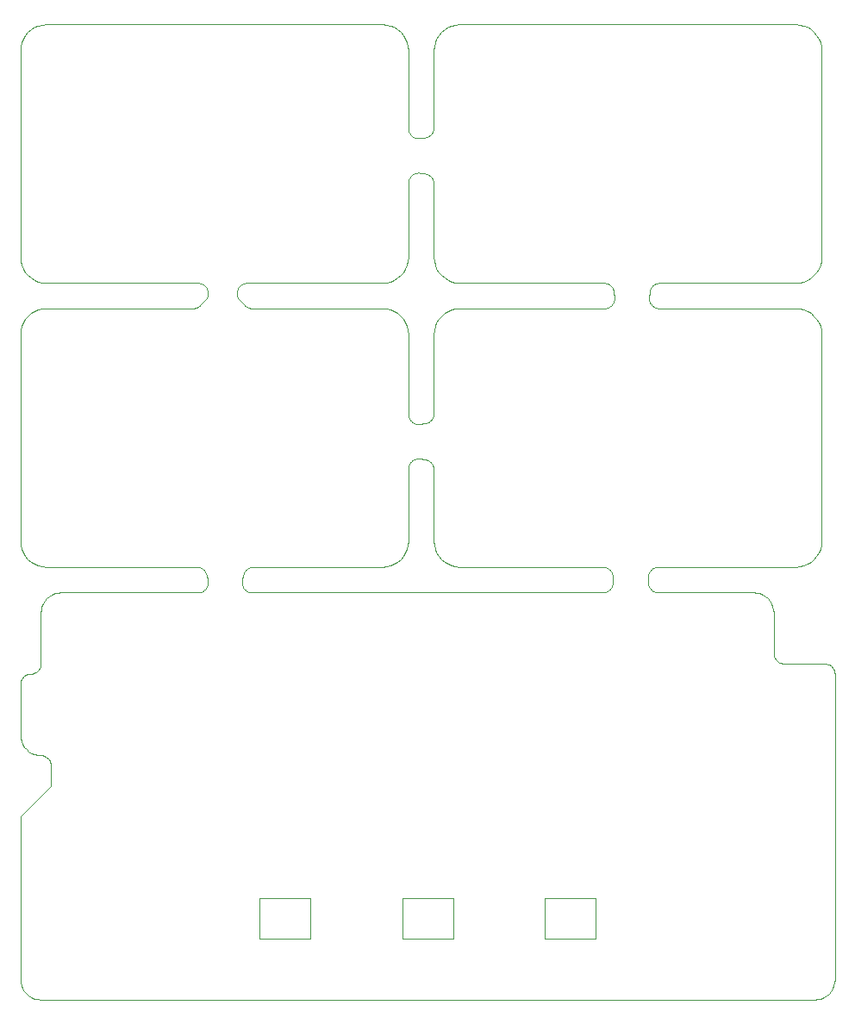
<source format=gko>
%MOIN*%
%OFA0B0*%
%FSLAX44Y44*%
%IPPOS*%
%LPD*%
%ADD10C,0*%
D10*
X00011220Y00002362D02*
X00011220Y00002362D01*
X00009251Y00002362D01*
X00009251Y00003937D01*
X00011220Y00003937D01*
X00011220Y00002362D01*
X00016732Y00002362D02*
X00016732Y00002362D01*
X00014763Y00002362D01*
X00014763Y00003937D01*
X00016732Y00003937D01*
X00016732Y00002362D01*
X00022244Y00002362D02*
X00022244Y00002362D01*
X00020275Y00002362D01*
X00020275Y00003937D01*
X00022244Y00003937D01*
X00022244Y00002362D01*
X00028346Y00015748D02*
X00028346Y00015748D01*
X00024666Y00015748D01*
X00024635Y00015749D01*
X00024604Y00015752D01*
X00024574Y00015758D01*
X00024544Y00015767D01*
X00024515Y00015778D01*
X00024487Y00015790D01*
X00024460Y00015806D01*
X00024434Y00015823D01*
X00024410Y00015842D01*
X00024387Y00015863D01*
X00024366Y00015886D01*
X00024347Y00015910D01*
X00024330Y00015936D01*
X00024315Y00015963D01*
X00024302Y00015991D01*
X00024291Y00016020D01*
X00024283Y00016050D01*
X00024277Y00016080D01*
X00024273Y00016111D01*
X00024272Y00016141D01*
X00024272Y00016338D01*
X00024273Y00016369D01*
X00024277Y00016400D01*
X00024283Y00016430D01*
X00024291Y00016460D01*
X00024302Y00016489D01*
X00024315Y00016517D01*
X00024330Y00016544D01*
X00024347Y00016570D01*
X00024366Y00016594D01*
X00024387Y00016617D01*
X00024410Y00016638D01*
X00024434Y00016657D01*
X00024460Y00016674D01*
X00024487Y00016689D01*
X00024515Y00016702D01*
X00024544Y00016713D01*
X00024574Y00016721D01*
X00024604Y00016727D01*
X00024635Y00016731D01*
X00024666Y00016732D01*
X00029984Y00016732D01*
X00030140Y00016744D01*
X00030293Y00016781D01*
X00030438Y00016841D01*
X00030572Y00016923D01*
X00030691Y00017025D01*
X00030793Y00017144D01*
X00030875Y00017278D01*
X00030935Y00017423D01*
X00030971Y00017575D01*
X00030984Y00017732D01*
X00030984Y00025732D01*
X00030971Y00025888D01*
X00030935Y00026041D01*
X00030875Y00026186D01*
X00030793Y00026320D01*
X00030691Y00026439D01*
X00030572Y00026541D01*
X00030438Y00026623D01*
X00030293Y00026683D01*
X00030140Y00026719D01*
X00029984Y00026732D01*
X00029984Y00026732D01*
X00024708Y00026732D01*
X00024676Y00026733D01*
X00024644Y00026737D01*
X00024612Y00026744D01*
X00024580Y00026753D01*
X00024550Y00026765D01*
X00024521Y00026779D01*
X00024493Y00026796D01*
X00024466Y00026815D01*
X00024441Y00026836D01*
X00024418Y00026859D01*
X00024397Y00026884D01*
X00024378Y00026911D01*
X00024362Y00026939D01*
X00024348Y00026968D01*
X00024336Y00026999D01*
X00024327Y00027030D01*
X00024320Y00027062D01*
X00024316Y00027094D01*
X00024315Y00027127D01*
X00024316Y00027159D01*
X00024333Y00027356D01*
X00024337Y00027385D01*
X00024343Y00027414D01*
X00024350Y00027442D01*
X00024360Y00027469D01*
X00024372Y00027496D01*
X00024386Y00027522D01*
X00024402Y00027547D01*
X00024419Y00027570D01*
X00024439Y00027592D01*
X00024459Y00027612D01*
X00024482Y00027631D01*
X00024505Y00027649D01*
X00024530Y00027664D01*
X00024556Y00027678D01*
X00024583Y00027689D01*
X00024610Y00027699D01*
X00024638Y00027706D01*
X00024667Y00027712D01*
X00024696Y00027715D01*
X00024725Y00027716D01*
X00029984Y00027716D01*
X00030140Y00027728D01*
X00030293Y00027765D01*
X00030438Y00027825D01*
X00030572Y00027907D01*
X00030691Y00028009D01*
X00030793Y00028128D01*
X00030875Y00028262D01*
X00030935Y00028407D01*
X00030971Y00028560D01*
X00030984Y00028716D01*
X00030984Y00036716D01*
X00030971Y00036872D01*
X00030935Y00037025D01*
X00030875Y00037170D01*
X00030793Y00037304D01*
X00030691Y00037423D01*
X00030572Y00037525D01*
X00030438Y00037607D01*
X00030293Y00037667D01*
X00030140Y00037704D01*
X00029984Y00037716D01*
X00029984Y00037716D01*
X00016984Y00037716D01*
X00016827Y00037704D01*
X00016675Y00037667D01*
X00016530Y00037607D01*
X00016396Y00037525D01*
X00016277Y00037423D01*
X00016175Y00037304D01*
X00016093Y00037170D01*
X00016033Y00037025D01*
X00015996Y00036872D01*
X00015984Y00036716D01*
X00015984Y00033727D01*
X00015983Y00033699D01*
X00015980Y00033671D01*
X00015975Y00033643D01*
X00015968Y00033615D01*
X00015959Y00033589D01*
X00015948Y00033562D01*
X00015935Y00033537D01*
X00015920Y00033513D01*
X00015904Y00033490D01*
X00015886Y00033468D01*
X00015867Y00033447D01*
X00015846Y00033428D01*
X00015824Y00033410D01*
X00015800Y00033394D01*
X00015776Y00033380D01*
X00015750Y00033368D01*
X00015724Y00033357D01*
X00015697Y00033348D01*
X00015670Y00033342D01*
X00015642Y00033337D01*
X00015445Y00033311D01*
X00015411Y00033308D01*
X00015378Y00033308D01*
X00015345Y00033311D01*
X00015311Y00033316D01*
X00015279Y00033324D01*
X00015247Y00033335D01*
X00015217Y00033349D01*
X00015188Y00033365D01*
X00015160Y00033384D01*
X00015134Y00033405D01*
X00015109Y00033428D01*
X00015087Y00033453D01*
X00015067Y00033480D01*
X00015050Y00033509D01*
X00015035Y00033539D01*
X00015022Y00033570D01*
X00015012Y00033602D01*
X00015005Y00033635D01*
X00015001Y00033668D01*
X00015000Y00033701D01*
X00015000Y00036716D01*
X00014987Y00036872D01*
X00014951Y00037025D01*
X00014891Y00037170D01*
X00014809Y00037304D01*
X00014707Y00037423D01*
X00014587Y00037525D01*
X00014453Y00037607D01*
X00014309Y00037667D01*
X00014156Y00037704D01*
X00014000Y00037716D01*
X00014000Y00037716D01*
X00001000Y00037716D01*
X00000843Y00037704D01*
X00000690Y00037667D01*
X00000546Y00037607D01*
X00000412Y00037525D01*
X00000292Y00037423D01*
X00000190Y00037304D01*
X00000108Y00037170D01*
X00000048Y00037025D01*
X00000012Y00036872D01*
X00000000Y00036716D01*
X00000000Y00028716D01*
X00000012Y00028560D01*
X00000048Y00028407D01*
X00000108Y00028262D01*
X00000190Y00028128D01*
X00000292Y00028009D01*
X00000412Y00027907D01*
X00000546Y00027825D01*
X00000690Y00027765D01*
X00000843Y00027728D01*
X00001000Y00027716D01*
X00006864Y00027716D01*
X00006910Y00027713D01*
X00006956Y00027705D01*
X00007000Y00027692D01*
X00007042Y00027673D01*
X00007082Y00027650D01*
X00007119Y00027622D01*
X00007153Y00027589D01*
X00007182Y00027553D01*
X00007207Y00027514D01*
X00007227Y00027473D01*
X00007243Y00027429D01*
X00007252Y00027383D01*
X00007257Y00027337D01*
X00007256Y00027291D01*
X00007250Y00027245D01*
X00007238Y00027200D01*
X00007221Y00027157D01*
X00007199Y00027116D01*
X00007172Y00027078D01*
X00007141Y00027043D01*
X00006944Y00026847D01*
X00006933Y00026836D01*
X00006921Y00026826D01*
X00006909Y00026816D01*
X00006897Y00026807D01*
X00006884Y00026798D01*
X00006871Y00026790D01*
X00006858Y00026782D01*
X00006844Y00026774D01*
X00006830Y00026768D01*
X00006816Y00026762D01*
X00006802Y00026756D01*
X00006787Y00026751D01*
X00006773Y00026746D01*
X00006758Y00026743D01*
X00006743Y00026739D01*
X00006727Y00026737D01*
X00006712Y00026734D01*
X00006697Y00026733D01*
X00006681Y00026732D01*
X00006666Y00026732D01*
X00001000Y00026732D01*
X00000843Y00026719D01*
X00000690Y00026683D01*
X00000546Y00026623D01*
X00000412Y00026541D01*
X00000292Y00026439D01*
X00000190Y00026320D01*
X00000108Y00026186D01*
X00000048Y00026041D01*
X00000012Y00025888D01*
X00000000Y00025732D01*
X00000000Y00017732D01*
X00000012Y00017575D01*
X00000048Y00017423D01*
X00000108Y00017278D01*
X00000190Y00017144D01*
X00000292Y00017025D01*
X00000412Y00016923D01*
X00000546Y00016841D01*
X00000690Y00016781D01*
X00000843Y00016744D01*
X00001000Y00016732D01*
X00006815Y00016732D01*
X00006841Y00016731D01*
X00006867Y00016728D01*
X00006893Y00016724D01*
X00006919Y00016718D01*
X00006944Y00016710D01*
X00006968Y00016701D01*
X00006992Y00016690D01*
X00007015Y00016677D01*
X00007037Y00016663D01*
X00007059Y00016647D01*
X00007079Y00016630D01*
X00007097Y00016612D01*
X00007115Y00016593D01*
X00007131Y00016572D01*
X00007146Y00016550D01*
X00007160Y00016528D01*
X00007172Y00016504D01*
X00007182Y00016480D01*
X00007191Y00016455D01*
X00007198Y00016430D01*
X00007245Y00016233D01*
X00007252Y00016198D01*
X00007255Y00016163D01*
X00007256Y00016127D01*
X00007253Y00016092D01*
X00007247Y00016057D01*
X00007238Y00016023D01*
X00007225Y00015989D01*
X00007210Y00015957D01*
X00007192Y00015926D01*
X00007171Y00015898D01*
X00007148Y00015871D01*
X00007122Y00015846D01*
X00007095Y00015824D01*
X00007065Y00015804D01*
X00007034Y00015787D01*
X00007001Y00015773D01*
X00006967Y00015762D01*
X00006933Y00015754D01*
X00006898Y00015749D01*
X00006862Y00015748D01*
X00001574Y00015748D01*
X00001451Y00015738D01*
X00001331Y00015709D01*
X00001217Y00015662D01*
X00001111Y00015597D01*
X00001018Y00015517D01*
X00000937Y00015423D01*
X00000873Y00015318D01*
X00000825Y00015203D01*
X00000797Y00015083D01*
X00000787Y00014960D01*
X00000787Y00012992D01*
X00000782Y00012930D01*
X00000768Y00012870D01*
X00000744Y00012813D01*
X00000712Y00012760D01*
X00000672Y00012713D01*
X00000625Y00012673D01*
X00000572Y00012641D01*
X00000515Y00012617D01*
X00000455Y00012603D01*
X00000393Y00012598D01*
X00000332Y00012593D01*
X00000272Y00012579D01*
X00000214Y00012555D01*
X00000162Y00012523D01*
X00000115Y00012483D01*
X00000075Y00012436D01*
X00000042Y00012383D01*
X00000019Y00012326D01*
X00000004Y00012266D01*
X00000000Y00012204D01*
X00000000Y00010236D01*
X00000009Y00010113D01*
X00000038Y00009992D01*
X00000085Y00009878D01*
X00000150Y00009773D01*
X00000230Y00009679D01*
X00000324Y00009599D01*
X00000429Y00009534D01*
X00000544Y00009487D01*
X00000664Y00009458D01*
X00000787Y00009448D01*
X00000848Y00009443D01*
X00000909Y00009429D01*
X00000966Y00009405D01*
X00001018Y00009373D01*
X00001065Y00009333D01*
X00001105Y00009286D01*
X00001138Y00009233D01*
X00001161Y00009176D01*
X00001176Y00009116D01*
X00001181Y00009055D01*
X00001181Y00008267D01*
X00000000Y00007086D01*
X00000000Y00000787D01*
X00000009Y00000664D01*
X00000038Y00000544D01*
X00000085Y00000429D01*
X00000150Y00000324D01*
X00000230Y00000230D01*
X00000324Y00000150D01*
X00000429Y00000085D01*
X00000544Y00000038D01*
X00000664Y00000009D01*
X00000787Y00000000D01*
X00030708Y00000000D01*
X00030831Y00000009D01*
X00030951Y00000038D01*
X00031066Y00000085D01*
X00031171Y00000150D01*
X00031265Y00000230D01*
X00031345Y00000324D01*
X00031410Y00000429D01*
X00031457Y00000544D01*
X00031486Y00000664D01*
X00031496Y00000787D01*
X00031496Y00012598D01*
X00031491Y00012660D01*
X00031476Y00012720D01*
X00031453Y00012777D01*
X00031420Y00012829D01*
X00031380Y00012876D01*
X00031333Y00012916D01*
X00031281Y00012949D01*
X00031224Y00012972D01*
X00031163Y00012987D01*
X00031102Y00012992D01*
X00029527Y00012992D01*
X00029465Y00012996D01*
X00029405Y00013011D01*
X00029348Y00013035D01*
X00029296Y00013067D01*
X00029249Y00013107D01*
X00029209Y00013154D01*
X00029176Y00013207D01*
X00029153Y00013264D01*
X00029138Y00013324D01*
X00029133Y00013385D01*
X00029133Y00014960D01*
X00029124Y00015083D01*
X00029095Y00015203D01*
X00029048Y00015318D01*
X00028983Y00015423D01*
X00028903Y00015517D01*
X00028809Y00015597D01*
X00028703Y00015662D01*
X00028589Y00015709D01*
X00028469Y00015738D01*
X00028346Y00015748D01*
X00015000Y00025732D02*
X00015000Y00025732D01*
X00014987Y00025888D01*
X00014951Y00026041D01*
X00014891Y00026186D01*
X00014809Y00026320D01*
X00014707Y00026439D01*
X00014587Y00026541D01*
X00014453Y00026623D01*
X00014309Y00026683D01*
X00014156Y00026719D01*
X00014000Y00026732D01*
X00014000Y00026732D01*
X00008960Y00026732D01*
X00008945Y00026732D01*
X00008929Y00026733D01*
X00008914Y00026734D01*
X00008899Y00026737D01*
X00008883Y00026739D01*
X00008868Y00026743D01*
X00008853Y00026746D01*
X00008839Y00026751D01*
X00008824Y00026756D01*
X00008810Y00026762D01*
X00008796Y00026768D01*
X00008782Y00026774D01*
X00008768Y00026782D01*
X00008755Y00026790D01*
X00008742Y00026798D01*
X00008729Y00026807D01*
X00008717Y00026816D01*
X00008705Y00026826D01*
X00008693Y00026836D01*
X00008682Y00026847D01*
X00008485Y00027043D01*
X00008454Y00027078D01*
X00008427Y00027116D01*
X00008405Y00027157D01*
X00008388Y00027200D01*
X00008376Y00027245D01*
X00008370Y00027291D01*
X00008369Y00027337D01*
X00008373Y00027383D01*
X00008383Y00027429D01*
X00008398Y00027473D01*
X00008419Y00027514D01*
X00008444Y00027553D01*
X00008473Y00027589D01*
X00008506Y00027622D01*
X00008543Y00027650D01*
X00008583Y00027673D01*
X00008626Y00027692D01*
X00008670Y00027705D01*
X00008716Y00027713D01*
X00008762Y00027716D01*
X00014000Y00027716D01*
X00014156Y00027728D01*
X00014309Y00027765D01*
X00014453Y00027825D01*
X00014587Y00027907D01*
X00014707Y00028009D01*
X00014809Y00028128D01*
X00014891Y00028262D01*
X00014951Y00028407D01*
X00014987Y00028560D01*
X00015000Y00028716D01*
X00015000Y00031581D01*
X00015001Y00031614D01*
X00015005Y00031647D01*
X00015012Y00031680D01*
X00015022Y00031712D01*
X00015035Y00031743D01*
X00015050Y00031773D01*
X00015067Y00031802D01*
X00015087Y00031829D01*
X00015109Y00031854D01*
X00015134Y00031877D01*
X00015160Y00031898D01*
X00015188Y00031916D01*
X00015217Y00031933D01*
X00015247Y00031946D01*
X00015279Y00031958D01*
X00015311Y00031966D01*
X00015345Y00031971D01*
X00015378Y00031974D01*
X00015411Y00031974D01*
X00015445Y00031971D01*
X00015642Y00031945D01*
X00015670Y00031940D01*
X00015697Y00031934D01*
X00015724Y00031925D01*
X00015750Y00031914D01*
X00015776Y00031902D01*
X00015800Y00031888D01*
X00015824Y00031872D01*
X00015846Y00031854D01*
X00015867Y00031835D01*
X00015886Y00031814D01*
X00015904Y00031792D01*
X00015920Y00031769D01*
X00015935Y00031745D01*
X00015948Y00031720D01*
X00015959Y00031693D01*
X00015968Y00031667D01*
X00015975Y00031639D01*
X00015980Y00031611D01*
X00015983Y00031583D01*
X00015984Y00031555D01*
X00015984Y00028716D01*
X00015996Y00028560D01*
X00016033Y00028407D01*
X00016093Y00028262D01*
X00016175Y00028128D01*
X00016277Y00028009D01*
X00016396Y00027907D01*
X00016530Y00027825D01*
X00016675Y00027765D01*
X00016827Y00027728D01*
X00016984Y00027716D01*
X00022561Y00027716D01*
X00022591Y00027715D01*
X00022620Y00027712D01*
X00022648Y00027706D01*
X00022677Y00027699D01*
X00022704Y00027689D01*
X00022731Y00027678D01*
X00022757Y00027664D01*
X00022782Y00027649D01*
X00022805Y00027631D01*
X00022828Y00027612D01*
X00022848Y00027592D01*
X00022868Y00027570D01*
X00022885Y00027547D01*
X00022901Y00027522D01*
X00022915Y00027496D01*
X00022927Y00027469D01*
X00022937Y00027442D01*
X00022944Y00027414D01*
X00022950Y00027385D01*
X00022954Y00027356D01*
X00022971Y00027159D01*
X00022972Y00027127D01*
X00022971Y00027094D01*
X00022967Y00027062D01*
X00022960Y00027030D01*
X00022951Y00026999D01*
X00022939Y00026968D01*
X00022925Y00026939D01*
X00022908Y00026911D01*
X00022890Y00026884D01*
X00022869Y00026859D01*
X00022846Y00026836D01*
X00022821Y00026815D01*
X00022794Y00026796D01*
X00022766Y00026779D01*
X00022737Y00026765D01*
X00022707Y00026753D01*
X00022675Y00026744D01*
X00022643Y00026737D01*
X00022611Y00026733D01*
X00022578Y00026732D01*
X00016984Y00026732D01*
X00016827Y00026719D01*
X00016675Y00026683D01*
X00016530Y00026623D01*
X00016396Y00026541D01*
X00016277Y00026439D01*
X00016175Y00026320D01*
X00016093Y00026186D01*
X00016033Y00026041D01*
X00015996Y00025888D01*
X00015984Y00025732D01*
X00015984Y00022673D01*
X00015983Y00022645D01*
X00015980Y00022617D01*
X00015975Y00022589D01*
X00015968Y00022561D01*
X00015959Y00022534D01*
X00015948Y00022508D01*
X00015935Y00022483D01*
X00015920Y00022459D01*
X00015904Y00022436D01*
X00015886Y00022414D01*
X00015867Y00022393D01*
X00015846Y00022374D01*
X00015824Y00022356D01*
X00015800Y00022340D01*
X00015776Y00022326D01*
X00015750Y00022313D01*
X00015724Y00022303D01*
X00015697Y00022294D01*
X00015670Y00022288D01*
X00015642Y00022283D01*
X00015445Y00022257D01*
X00015411Y00022254D01*
X00015378Y00022254D01*
X00015345Y00022256D01*
X00015311Y00022262D01*
X00015279Y00022270D01*
X00015247Y00022281D01*
X00015217Y00022295D01*
X00015188Y00022311D01*
X00015160Y00022330D01*
X00015134Y00022351D01*
X00015109Y00022374D01*
X00015087Y00022399D01*
X00015067Y00022426D01*
X00015050Y00022455D01*
X00015035Y00022485D01*
X00015022Y00022516D01*
X00015012Y00022548D01*
X00015005Y00022580D01*
X00015001Y00022614D01*
X00015000Y00022647D01*
X00015000Y00025732D01*
X00008959Y00015748D02*
X00008959Y00015748D01*
X00008924Y00015749D01*
X00008888Y00015754D01*
X00008854Y00015762D01*
X00008820Y00015773D01*
X00008787Y00015787D01*
X00008756Y00015804D01*
X00008727Y00015824D01*
X00008699Y00015846D01*
X00008673Y00015871D01*
X00008650Y00015898D01*
X00008629Y00015926D01*
X00008611Y00015957D01*
X00008596Y00015989D01*
X00008584Y00016023D01*
X00008575Y00016057D01*
X00008569Y00016092D01*
X00008566Y00016127D01*
X00008566Y00016163D01*
X00008570Y00016198D01*
X00008576Y00016233D01*
X00008624Y00016430D01*
X00008631Y00016455D01*
X00008639Y00016480D01*
X00008650Y00016504D01*
X00008662Y00016528D01*
X00008675Y00016550D01*
X00008690Y00016572D01*
X00008706Y00016593D01*
X00008724Y00016612D01*
X00008743Y00016630D01*
X00008763Y00016647D01*
X00008784Y00016663D01*
X00008806Y00016677D01*
X00008829Y00016690D01*
X00008853Y00016701D01*
X00008878Y00016710D01*
X00008903Y00016718D01*
X00008928Y00016724D01*
X00008954Y00016728D01*
X00008980Y00016731D01*
X00009006Y00016732D01*
X00014000Y00016732D01*
X00014156Y00016744D01*
X00014309Y00016781D01*
X00014453Y00016841D01*
X00014587Y00016923D01*
X00014707Y00017025D01*
X00014809Y00017144D01*
X00014891Y00017278D01*
X00014951Y00017423D01*
X00014987Y00017575D01*
X00015000Y00017732D01*
X00015000Y00020527D01*
X00015001Y00020560D01*
X00015005Y00020593D01*
X00015012Y00020626D01*
X00015022Y00020658D01*
X00015035Y00020689D01*
X00015050Y00020719D01*
X00015067Y00020748D01*
X00015087Y00020774D01*
X00015109Y00020800D01*
X00015134Y00020823D01*
X00015160Y00020844D01*
X00015188Y00020862D01*
X00015217Y00020879D01*
X00015247Y00020892D01*
X00015279Y00020903D01*
X00015311Y00020912D01*
X00015345Y00020917D01*
X00015378Y00020920D01*
X00015411Y00020920D01*
X00015445Y00020917D01*
X00015642Y00020891D01*
X00015670Y00020886D01*
X00015697Y00020880D01*
X00015724Y00020871D01*
X00015750Y00020860D01*
X00015776Y00020848D01*
X00015800Y00020834D01*
X00015824Y00020818D01*
X00015846Y00020800D01*
X00015867Y00020781D01*
X00015886Y00020760D01*
X00015904Y00020738D01*
X00015920Y00020715D01*
X00015935Y00020691D01*
X00015948Y00020665D01*
X00015959Y00020639D01*
X00015968Y00020612D01*
X00015975Y00020585D01*
X00015980Y00020557D01*
X00015983Y00020529D01*
X00015984Y00020501D01*
X00015984Y00017732D01*
X00015996Y00017575D01*
X00016033Y00017423D01*
X00016093Y00017278D01*
X00016175Y00017144D01*
X00016277Y00017025D01*
X00016396Y00016923D01*
X00016530Y00016841D01*
X00016675Y00016781D01*
X00016827Y00016744D01*
X00016984Y00016732D01*
X00022518Y00016732D01*
X00022549Y00016731D01*
X00022580Y00016727D01*
X00022610Y00016721D01*
X00022640Y00016713D01*
X00022669Y00016702D01*
X00022697Y00016689D01*
X00022724Y00016674D01*
X00022750Y00016657D01*
X00022774Y00016638D01*
X00022797Y00016617D01*
X00022818Y00016594D01*
X00022837Y00016570D01*
X00022854Y00016544D01*
X00022869Y00016517D01*
X00022882Y00016489D01*
X00022893Y00016460D01*
X00022901Y00016430D01*
X00022907Y00016400D01*
X00022911Y00016369D01*
X00022912Y00016338D01*
X00022912Y00016141D01*
X00022911Y00016111D01*
X00022907Y00016080D01*
X00022901Y00016050D01*
X00022893Y00016020D01*
X00022882Y00015991D01*
X00022869Y00015963D01*
X00022854Y00015936D01*
X00022837Y00015910D01*
X00022818Y00015886D01*
X00022797Y00015863D01*
X00022774Y00015842D01*
X00022750Y00015823D01*
X00022724Y00015806D01*
X00022697Y00015790D01*
X00022669Y00015778D01*
X00022640Y00015767D01*
X00022610Y00015758D01*
X00022580Y00015752D01*
X00022549Y00015749D01*
X00022518Y00015748D01*
X00008959Y00015748D01*
M02*
</source>
